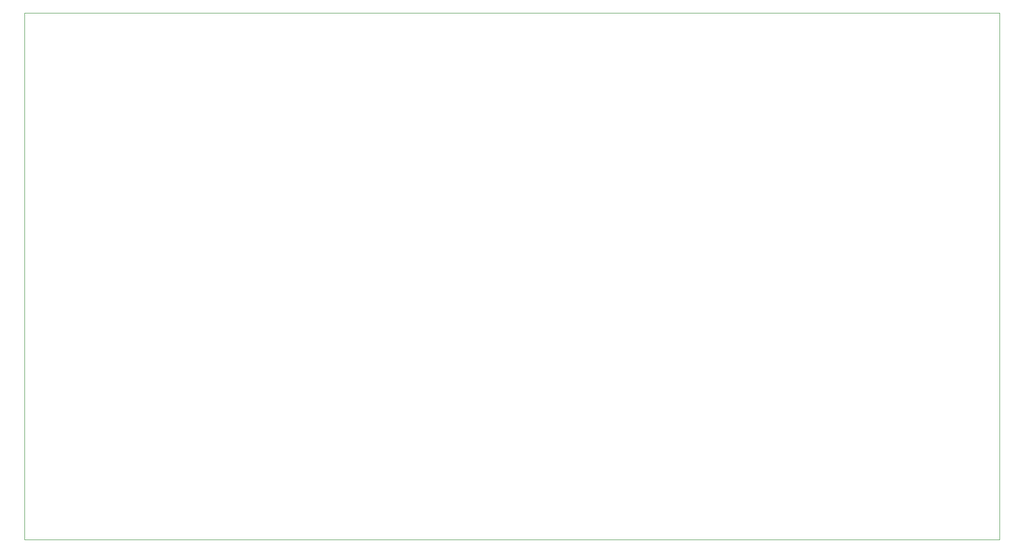
<source format=gbr>
%TF.GenerationSoftware,KiCad,Pcbnew,6.0.11-2627ca5db0~126~ubuntu22.04.1*%
%TF.CreationDate,2023-03-26T13:10:57+01:00*%
%TF.ProjectId,PROTO2_PCB,50524f54-4f32-45f5-9043-422e6b696361,rev?*%
%TF.SameCoordinates,Original*%
%TF.FileFunction,Profile,NP*%
%FSLAX46Y46*%
G04 Gerber Fmt 4.6, Leading zero omitted, Abs format (unit mm)*
G04 Created by KiCad (PCBNEW 6.0.11-2627ca5db0~126~ubuntu22.04.1) date 2023-03-26 13:10:57*
%MOMM*%
%LPD*%
G01*
G04 APERTURE LIST*
%TA.AperFunction,Profile*%
%ADD10C,0.100000*%
%TD*%
G04 APERTURE END LIST*
D10*
X59750000Y-54750000D02*
X231750000Y-54750000D01*
X231750000Y-54750000D02*
X231750000Y-147750000D01*
X231750000Y-147750000D02*
X59750000Y-147750000D01*
X59750000Y-147750000D02*
X59750000Y-54750000D01*
M02*

</source>
